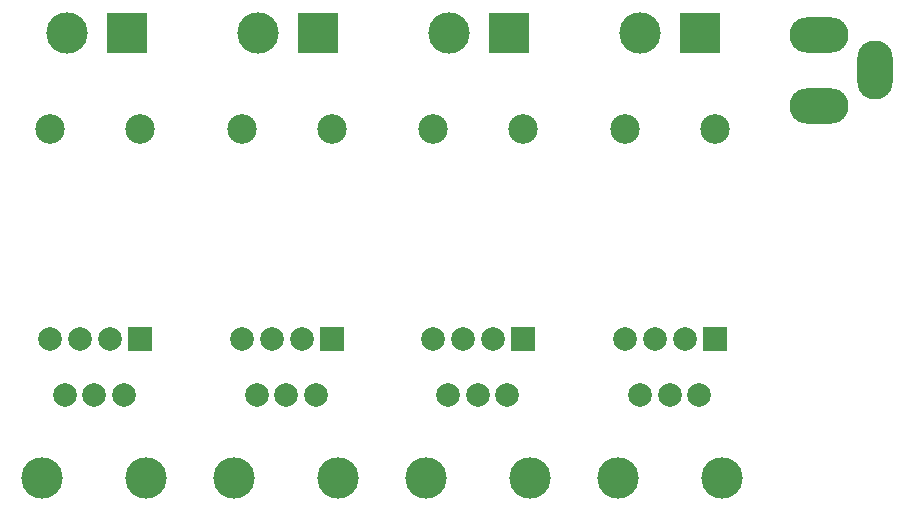
<source format=gbr>
%TF.GenerationSoftware,KiCad,Pcbnew,(5.1.4)-1*%
%TF.CreationDate,2022-10-13T23:08:16+01:00*%
%TF.ProjectId,LED_Quad,4c45445f-5175-4616-942e-6b696361645f,rev?*%
%TF.SameCoordinates,Original*%
%TF.FileFunction,Soldermask,Bot*%
%TF.FilePolarity,Negative*%
%FSLAX46Y46*%
G04 Gerber Fmt 4.6, Leading zero omitted, Abs format (unit mm)*
G04 Created by KiCad (PCBNEW (5.1.4)-1) date 2022-10-13 23:08:16*
%MOMM*%
%LPD*%
G04 APERTURE LIST*
%ADD10C,3.500000*%
%ADD11C,2.000000*%
%ADD12R,3.500000X3.500000*%
%ADD13O,3.000000X5.000000*%
%ADD14O,5.000000X3.000000*%
%ADD15C,2.500000*%
%ADD16R,2.000000X2.000000*%
G04 APERTURE END LIST*
D10*
X81235000Y-65064400D03*
X72435000Y-65064400D03*
D11*
X79335000Y-58064400D03*
X76835000Y-58064400D03*
X74335000Y-58064400D03*
D10*
X123047760Y-27365960D03*
D12*
X128127760Y-27365960D03*
D10*
X106861186Y-27391360D03*
D12*
X111941186Y-27391360D03*
D10*
X90674613Y-27391360D03*
D12*
X95754613Y-27391360D03*
D10*
X74488040Y-27391360D03*
D12*
X79568040Y-27391360D03*
D13*
X142891240Y-30538160D03*
D14*
X138191240Y-27538160D03*
X138191240Y-33538160D03*
D15*
X121726880Y-35501880D03*
D11*
X121726880Y-53281880D03*
X124266880Y-53281880D03*
X126806880Y-53281880D03*
D16*
X129346880Y-53281880D03*
D15*
X129346880Y-35501880D03*
X105521680Y-35501880D03*
D11*
X105521680Y-53281880D03*
X108061680Y-53281880D03*
X110601680Y-53281880D03*
D16*
X113141680Y-53281880D03*
D15*
X113141680Y-35501880D03*
X89316480Y-35501880D03*
D11*
X89316480Y-53281880D03*
X91856480Y-53281880D03*
X94396480Y-53281880D03*
D16*
X96936480Y-53281880D03*
D15*
X96936480Y-35501880D03*
X73111280Y-35501880D03*
D11*
X73111280Y-53281880D03*
X75651280Y-53281880D03*
X78191280Y-53281880D03*
D16*
X80731280Y-53281880D03*
D15*
X80731280Y-35501880D03*
D10*
X113699586Y-65064400D03*
X104899586Y-65064400D03*
D11*
X111799586Y-58064400D03*
X109299586Y-58064400D03*
X106799586Y-58064400D03*
D10*
X97467293Y-65064400D03*
X88667293Y-65064400D03*
D11*
X95567293Y-58064400D03*
X93067293Y-58064400D03*
X90567293Y-58064400D03*
D10*
X129931880Y-65064400D03*
X121131880Y-65064400D03*
D11*
X128031880Y-58064400D03*
X125531880Y-58064400D03*
X123031880Y-58064400D03*
M02*

</source>
